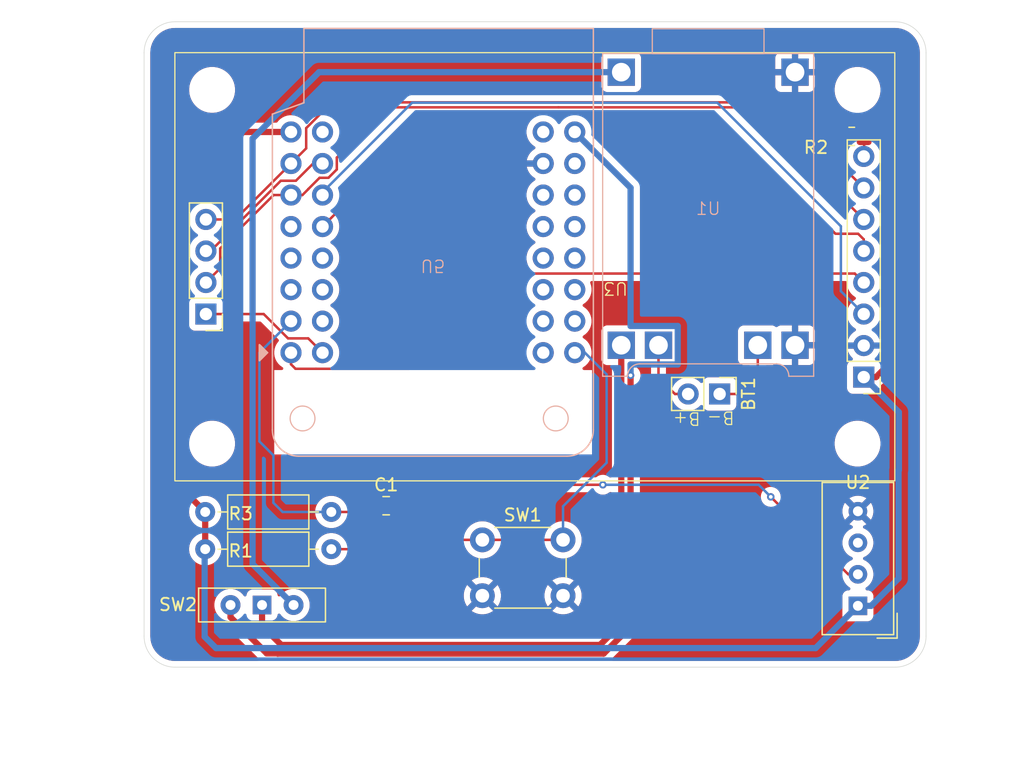
<source format=kicad_pcb>
(kicad_pcb (version 20241129) (generator "pcbnew") (generator_version "8.99")
  (layers (0 "F.Cu" signal) (2 "B.Cu" signal) (13 "F.Paste" user) (15 "B.Paste" user) (5 "F.SilkS" user "F.Silkscreen") (7 "B.SilkS" user "B.Silkscreen") (1 "F.Mask" user) (3 "B.Mask" user) (25 "Edge.Cuts" user))
  (net 0 "")
  (net 1 "Net-(BT1-+)")
  (net 2 "Net-(BT1--)")
  (net 3 "SW")
  (net 4 "VCC")
  (net 5 "Net-(U3-LED)")
  (net 6 "GND")
  (net 7 "TP_INPUT")
  (net 8 "Net-(SW2-B)")
  (net 10 "DHT11")
  (net 11 "SD_CS")
  (net 12 "DC")
  (net 13 "MOSI")
  (net 14 "SCK")
  (net 15 "EN")
  (net 16 "CS")
  (net 17 "MISO")
  (net 18 "+3.3V")
  (footprint "Resistor_SMD:R_0805_2012Metric_Pad1.20x1.40mm_HandSolder" (layer "F.Cu") (at 162.0118 64.2388 180)
    (property "Reference" "R2" (at 2.8808 -0.8868 0) (layer "F.SilkS"))
    (property "Value" "10")
    (fp_line (start -0.227064 0.735) (end 0.227064 0.735) (stroke (width 0.12)) (layer "F.SilkS"))
    (fp_line (start -0.227064 -0.735) (end 0.227064 -0.735) (stroke (width 0.12)) (layer "F.SilkS"))
    (pad "1" smd roundrect (at -1 0 180) (size 1.2 1.4) (layers "F.Cu" "F.Mask" "F.Paste") (roundrect_rratio 0.208333) (net 5 "Net-(U3-LED)"))
    (pad "2" smd roundrect (at 1 0 180) (size 1.2 1.4) (layers "F.Cu" "F.Mask" "F.Paste") (roundrect_rratio 0.208333) (net 18 "+3.3V"))
  )
  (footprint "Capacitor_SMD:C_0805_2012Metric_Pad1.18x1.45mm_HandSolder" (layer "F.Cu") (at 124.5036 93.9912)
    (property "Reference" "C1" (at 0 -1.68 0) (layer "F.SilkS"))
    (property "Value" "100nF")
    (fp_line (start -0.261252 -0.735) (end 0.261252 -0.735) (stroke (width 0.12)) (layer "F.SilkS"))
    (fp_line (start -0.261252 0.735) (end 0.261252 0.735) (stroke (width 0.12)) (layer "F.SilkS"))
    (pad "1" smd roundrect (at -1.0375 0) (size 1.175 1.45) (layers "F.Cu" "F.Mask" "F.Paste") (roundrect_rratio 0.212766) (net 10 "DHT11"))
    (pad "2" smd roundrect (at 1.0375 0) (size 1.175 1.45) (layers "F.Cu" "F.Mask" "F.Paste") (roundrect_rratio 0.212766) (net 6 "GND"))
  )
  (footprint "Button_Switch_THT:SW_PUSH_6mm" (layer "F.Cu") (at 132.2536 96.7412)
    (property "Reference" "SW1" (at 3.25 -2 0) (layer "F.SilkS"))
    (property "Value" "SW_Push")
    (fp_line (start -0.25 1.5) (end -0.25 3) (stroke (width 0.12)) (layer "F.SilkS"))
    (fp_line (start 1 5.5) (end 5.5 5.5) (stroke (width 0.12)) (layer "F.SilkS"))
    (fp_line (start 5.5 -1) (end 1 -1) (stroke (width 0.12)) (layer "F.SilkS"))
    (fp_line (start 6.75 3) (end 6.75 1.5) (stroke (width 0.12)) (layer "F.SilkS"))
    (pad "1" thru_hole circle (at 0 0 90) (size 2 2) (drill 1.1) (layers "*.Cu" "*.Mask") (net 3 "SW"))
    (pad "1" thru_hole circle (at 6.5 0 90) (size 2 2) (drill 1.1) (layers "*.Cu" "*.Mask") (net 3 "SW"))
    (pad "2" thru_hole circle (at 0 4.5 90) (size 2 2) (drill 1.1) (layers "*.Cu" "*.Mask") (net 6 "GND"))
    (pad "2" thru_hole circle (at 6.5 4.5 90) (size 2 2) (drill 1.1) (layers "*.Cu" "*.Mask") (net 6 "GND"))
  )
  (footprint "asylum-grimsteel:TFT_ST7735_SD" (layer "F.Cu") (at 142.9808 74.9888 180)
    (property "Reference" "U3" (at 0 -1.5 180) (layer "F.SilkS") (effects (font (thickness 0.1))))
    (property "Value" "TFT_ST7735_SD" (hide yes))
    (fp_line (start 34.33 -2.29) (end 34.33 5.39) (stroke (width 0.12)) (layer "F.SilkS"))
    (fp_line (start 31.67 5.39) (end 34.33 5.39) (stroke (width 0.12)) (layer "F.SilkS"))
    (fp_line (start 31.67 -2.29) (end 34.33 -2.29) (stroke (width 0.12)) (layer "F.SilkS"))
    (fp_line (start 31.67 -2.29) (end 31.67 5.39) (stroke (width 0.12)) (layer "F.SilkS"))
    (fp_line (start 31.67 -3.56) (end 31.67 -4.89) (stroke (width 0.12)) (layer "F.SilkS"))
    (fp_line (start 31.67 -4.89) (end 33 -4.89) (stroke (width 0.12)) (layer "F.SilkS"))
    (fp_line (start -18.67 -7.37) (end -18.67 10.47) (stroke (width 0.12)) (layer "F.SilkS"))
    (fp_line (start -21.33 10.47) (end -18.67 10.47) (stroke (width 0.12)) (layer "F.SilkS"))
    (fp_line (start -21.33 -7.37) (end -18.67 -7.37) (stroke (width 0.12)) (layer "F.SilkS"))
    (fp_line (start -21.33 -7.37) (end -21.33 10.47) (stroke (width 0.12)) (layer "F.SilkS"))
    (fp_line (start -21.33 -8.64) (end -21.33 -9.97) (stroke (width 0.12)) (layer "F.SilkS"))
    (fp_line (start -21.33 -9.97) (end -20 -9.97) (stroke (width 0.12)) (layer "F.SilkS"))
    (fp_rect (start -22.5 -17) (end 35.5 17.5) (stroke (width 0.1)) (fill no) (layer "F.SilkS"))
    (pad "" np_thru_hole circle (at -19.5 -14 180) (size 3.2 3.2) (drill 3.2) (layers "*.Cu" "*.Mask"))
    (pad "" np_thru_hole circle (at -19.5 14.5 180) (size 3.2 3.2) (drill 3.2) (layers "*.Cu" "*.Mask"))
    (pad "" np_thru_hole circle (at 32.5 -14 180) (size 3.2 3.2) (drill 3.2) (layers "*.Cu" "*.Mask"))
    (pad "" np_thru_hole circle (at 32.5 14.5 180) (size 3.2 3.2) (drill 3.2) (layers "*.Cu" "*.Mask"))
    (pad "1" thru_hole rect (at -20 -8.64 180) (size 1.7 1.7) (drill 1) (layers "*.Cu" "*.Mask") (net 18 "+3.3V"))
    (pad "2" thru_hole oval (at -20 -6.1 180) (size 1.7 1.7) (drill 1) (layers "*.Cu" "*.Mask") (net 6 "GND"))
    (pad "3" thru_hole oval (at -20 -3.56 180) (size 1.7 1.7) (drill 1) (layers "*.Cu" "*.Mask") (net 16 "CS"))
    (pad "4" thru_hole oval (at -20 -1.02 180) (size 1.7 1.7) (drill 1) (layers "*.Cu" "*.Mask") (net 15 "EN"))
    (pad "5" thru_hole oval (at -20 1.52 180) (size 1.7 1.7) (drill 1) (layers "*.Cu" "*.Mask") (net 12 "DC"))
    (pad "6" thru_hole oval (at -20 4.06 180) (size 1.7 1.7) (drill 1) (layers "*.Cu" "*.Mask") (net 13 "MOSI"))
    (pad "7" thru_hole oval (at -20 6.6 180) (size 1.7 1.7) (drill 1) (layers "*.Cu" "*.Mask") (net 14 "SCK"))
    (pad "8" thru_hole oval (at -20 9.14 180) (size 1.7 1.7) (drill 1) (layers "*.Cu" "*.Mask") (net 5 "Net-(U3-LED)"))
    (pad "9" thru_hole rect (at 33 -3.56 180) (size 1.7 1.7) (drill 1) (layers "*.Cu" "*.Mask") (net 11 "SD_CS"))
    (pad "10" thru_hole oval (at 33 -1.02 180) (size 1.7 1.7) (drill 1) (layers "*.Cu" "*.Mask") (net 13 "MOSI"))
    (pad "11" thru_hole oval (at 33 1.52 180) (size 1.7 1.7) (drill 1) (layers "*.Cu" "*.Mask") (net 17 "MISO"))
    (pad "12" thru_hole oval (at 33 4.06 180) (size 1.7 1.7) (drill 1) (layers "*.Cu" "*.Mask") (net 14 "SCK"))
  )
  (footprint "Library:PinHeader_1x02_P2.54mm_Vertical_swapped" (layer "F.Cu") (at 151.3692 84.9894 -90)
    (property "Reference" "BT1" (at 0 -2.33 90) (layer "F.SilkS"))
    (property "Value" "Battery_Cell")
    (fp_line (start -1.33 3.87) (end 1.33 3.87) (stroke (width 0.12)) (layer "F.SilkS"))
    (fp_line (start -1.33 1.27) (end -1.33 3.87) (stroke (width 0.12)) (layer "F.SilkS"))
    (fp_line (start -1.33 1.27) (end 1.33 1.27) (stroke (width 0.12)) (layer "F.SilkS"))
    (fp_line (start 1.33 1.27) (end 1.33 3.87) (stroke (width 0.12)) (layer "F.SilkS"))
    (fp_line (start -1.33 0) (end -1.33 -1.33) (stroke (width 0.12)) (layer "F.SilkS"))
    (fp_line (start -1.33 -1.33) (end 0 -1.33) (stroke (width 0.12)) (layer "F.SilkS"))
    (pad "1" thru_hole oval (at 0 2.54 270) (size 1.7 1.7) (drill 1) (layers "*.Cu" "*.Mask") (net 1 "Net-(BT1-+)"))
    (pad "2" thru_hole rect (at 0 0 270) (size 1.7 1.7) (drill 1) (layers "*.Cu" "*.Mask") (net 2 "Net-(BT1--)"))
  )
  (footprint "Resistor_THT:R_Axial_DIN0207_L6.3mm_D2.5mm_P10.16mm_Horizontal" (layer "F.Cu") (at 109.9236 94.494)
    (property "Reference" "R3" (at 2.863 0.1474 0) (layer "F.SilkS"))
    (property "Value" "10k")
    (fp_line (start 1.04 0) (end 1.81 0) (stroke (width 0.12)) (layer "F.SilkS"))
    (fp_line (start 1.81 -1.37) (end 1.81 1.37) (stroke (width 0.12)) (layer "F.SilkS"))
    (fp_line (start 1.81 1.37) (end 8.35 1.37) (stroke (width 0.12)) (layer "F.SilkS"))
    (fp_line (start 8.35 -1.37) (end 1.81 -1.37) (stroke (width 0.12)) (layer "F.SilkS"))
    (fp_line (start 8.35 1.37) (end 8.35 -1.37) (stroke (width 0.12)) (layer "F.SilkS"))
    (fp_line (start 9.12 0) (end 8.35 0) (stroke (width 0.12)) (layer "F.SilkS"))
    (pad "1" thru_hole circle (at 0 0) (size 1.6 1.6) (drill 0.8) (layers "*.Cu" "*.Mask") (net 18 "+3.3V"))
    (pad "2" thru_hole oval (at 10.16 0) (size 1.6 1.6) (drill 0.8) (layers "*.Cu" "*.Mask") (net 10 "DHT11"))
  )
  (footprint "Sensor:Aosong_DHT11_5.5x12.0_P2.54mm" (layer "F.Cu") (at 162.5092 102.0572 180)
    (property "Reference" "U2" (at 0 9.94 0) (layer "F.SilkS"))
    (property "Value" "DHT11")
    (fp_line (start 2.88 9.94) (end -2.88 9.94) (stroke (width 0.12)) (layer "F.SilkS"))
    (fp_line (start 2.88 -2.32) (end 2.88 9.94) (stroke (width 0.12)) (layer "F.SilkS"))
    (fp_line (start -2.87 -2.32) (end 2.87 -2.32) (stroke (width 0.12)) (layer "F.SilkS"))
    (fp_line (start -2.88 9.94) (end -2.88 -2.31) (stroke (width 0.12)) (layer "F.SilkS"))
    (fp_line (start -3.16 -2.6) (end -1.55 -2.6) (stroke (width 0.12)) (layer "F.SilkS"))
    (fp_line (start -3.16 -2.6) (end -3.16 -0.6) (stroke (width 0.12)) (layer "F.SilkS"))
    (pad "1" thru_hole rect (at 0 0 180) (size 1.5 1.5) (drill 0.8) (layers "F&B.Cu" "*.Mask") (net 18 "+3.3V"))
    (pad "2" thru_hole circle (at 0 2.54 180) (size 1.5 1.5) (drill 0.8) (layers "F&B.Cu" "*.Mask") (net 10 "DHT11"))
    (pad "3" thru_hole circle (at 0 5.08 180) (size 1.5 1.5) (drill 0.8) (layers "F&B.Cu" "*.Mask"))
    (pad "4" thru_hole circle (at 0 7.62 180) (size 1.5 1.5) (drill 0.8) (layers "F&B.Cu" "*.Mask") (net 6 "GND"))
  )
  (footprint "Button_Switch_THT:SW_Slide-03_Wuerth-WS-SLTV_10x2.5x6.4_P2.54mm" (layer "F.Cu") (at 114.5036 101.9912)
    (property "Reference" "SW2" (at -6.7716 -0.0346 0) (layer "F.SilkS"))
    (property "Value" "SW_SPDT")
    (fp_rect (start -5.11 -1.36) (end 5.11 1.36) (stroke (width 0.12)) (fill no) (layer "F.SilkS"))
    (pad "1" thru_hole rect (at 0 0) (size 1.5 1.5) (drill 0.8) (layers "*.Cu" "*.Mask") (net 4 "VCC"))
    (pad "2" thru_hole circle (at -2.54 0) (size 1.6 1.6) (drill 0.8) (layers "*.Cu" "*.Mask") (net 8 "Net-(SW2-B)"))
    (pad "3" thru_hole circle (at 2.54 0) (size 1.6 1.6) (drill 0.8) (layers "*.Cu" "*.Mask") (net 7 "TP_INPUT"))
  )
  (footprint "Resistor_THT:R_Axial_DIN0207_L6.3mm_D2.5mm_P10.16mm_Horizontal" (layer "F.Cu") (at 109.9236 97.4912)
    (property "Reference" "R1" (at 2.863 0.1474 0) (layer "F.SilkS"))
    (property "Value" "10k")
    (fp_line (start 1.04 0) (end 1.81 0) (stroke (width 0.12)) (layer "F.SilkS"))
    (fp_line (start 1.81 -1.37) (end 1.81 1.37) (stroke (width 0.12)) (layer "F.SilkS"))
    (fp_line (start 1.81 1.37) (end 8.35 1.37) (stroke (width 0.12)) (layer "F.SilkS"))
    (fp_line (start 8.35 -1.37) (end 1.81 -1.37) (stroke (width 0.12)) (layer "F.SilkS"))
    (fp_line (start 8.35 1.37) (end 8.35 -1.37) (stroke (width 0.12)) (layer "F.SilkS"))
    (fp_line (start 9.12 0) (end 8.35 0) (stroke (width 0.12)) (layer "F.SilkS"))
    (pad "1" thru_hole circle (at 0 0) (size 1.6 1.6) (drill 0.8) (layers "*.Cu" "*.Mask") (net 18 "+3.3V"))
    (pad "2" thru_hole oval (at 10.16 0) (size 1.6 1.6) (drill 0.8) (layers "*.Cu" "*.Mask") (net 3 "SW"))
  )
  (footprint "asylum-grimsteel:WEMOS_S2_Mini" (layer "B.Cu") (at 128.2666 74.161)
    (property "Reference" "U5" (at 0 0.5 180) (layer "B.SilkS") (effects (font (thickness 0.1)) (justify mirror)))
    (property "Value" "WEMOS_S2_Mini")
    (fp_line (start -12.93 -11.72) (end -12.93 13.71) (stroke (width 0.12)) (layer "B.SilkS"))
    (fp_line (start -12.93 -11.72) (end -10.39 -12.63) (stroke (width 0.12)) (layer "B.SilkS"))
    (fp_line (start -10.39 -18.62) (end 12.93 -18.62) (stroke (width 0.12)) (layer "B.SilkS"))
    (fp_line (start -10.39 -12.63) (end -10.39 -18.62) (stroke (width 0.12)) (layer "B.SilkS"))
    (fp_line (start 10.81 15.84) (end -10.8 15.84) (stroke (width 0.12)) (layer "B.SilkS"))
    (fp_line (start 12.93 -18.62) (end 12.93 13.71) (stroke (width 0.12)) (layer "B.SilkS"))
    (fp_arc (start -10.8 15.84) (mid -12.306137 15.216137) (end -12.93 13.71) (stroke (width 0.12)) (layer "B.SilkS"))
    (fp_arc (start 12.93 13.71) (mid 12.306137 15.216137) (end 10.8 15.84) (stroke (width 0.12)) (layer "B.SilkS"))
    (fp_circle (center -10.5 12.8) (end -9.5 12.8) (stroke (width 0.1)) (fill no) (layer "B.SilkS"))
    (fp_circle (center 9.9 12.8) (end 10.9 12.8) (stroke (width 0.1)) (fill no) (layer "B.SilkS"))
    (fp_poly (pts (xy -13.97 8.135) (xy -13.97 6.865) (xy -13.335 7.5)) (stroke (width 0.15)) (fill yes) (layer "B.SilkS"))
    (pad "1" thru_hole oval (at -11.43 7.5) (size 1.7 1.7) (drill 1) (layers "F&B.Cu" "*.Mask") (net 15 "EN"))
    (pad "2" thru_hole oval (at -11.43 4.96) (size 1.7 1.7) (drill 1) (layers "F&B.Cu" "*.Mask") (net 10 "DHT11"))
    (pad "3" thru_hole oval (at -11.43 2.42) (size 1.7 1.7) (drill 1) (layers "F&B.Cu" "*.Mask"))
    (pad "4" thru_hole oval (at -11.43 -0.12) (size 1.7 1.7) (drill 1) (layers "F&B.Cu" "*.Mask"))
    (pad "5" thru_hole oval (at -11.43 -2.66) (size 1.7 1.7) (drill 1) (layers "F&B.Cu" "*.Mask"))
    (pad "6" thru_hole oval (at -11.43 -5.2) (size 1.7 1.7) (drill 1) (layers "F&B.Cu" "*.Mask") (net 13 "MOSI"))
    (pad "7" thru_hole oval (at -11.43 -7.74) (size 1.7 1.7) (drill 1) (layers "F&B.Cu" "*.Mask") (net 14 "SCK"))
    (pad "8" thru_hole oval (at -11.43 -10.28) (size 1.7 1.7) (drill 1) (layers "F&B.Cu" "*.Mask") (net 18 "+3.3V"))
    (pad "9" thru_hole oval (at -8.89 7.5) (size 1.7 1.7) (drill 1) (layers "F&B.Cu" "*.Mask") (net 11 "SD_CS"))
    (pad "10" thru_hole oval (at -8.89 4.96) (size 1.7 1.7) (drill 1) (layers "F&B.Cu" "*.Mask"))
    (pad "11" thru_hole oval (at -8.89 2.42) (size 1.7 1.7) (drill 1) (layers "F&B.Cu" "*.Mask"))
    (pad "12" thru_hole oval (at -8.89 -0.12) (size 1.7 1.7) (drill 1) (layers "F&B.Cu" "*.Mask"))
    (pad "13" thru_hole oval (at -8.89 -2.66) (size 1.7 1.7) (drill 1) (layers "F&B.Cu" "*.Mask") (net 12 "DC"))
    (pad "14" thru_hole oval (at -8.89 -5.2) (size 1.7 1.7) (drill 1) (layers "F&B.Cu" "*.Mask") (net 16 "CS"))
    (pad "15" thru_hole oval (at -8.89 -7.74) (size 1.7 1.7) (drill 1) (layers "F&B.Cu" "*.Mask") (net 17 "MISO"))
    (pad "16" thru_hole oval (at -8.89 -10.28) (size 1.7 1.7) (drill 1) (layers "F&B.Cu" "*.Mask"))
    (pad "17" thru_hole circle (at 8.89 7.5) (size 1.7 1.7) (drill 1) (layers "F&B.Cu" "*.Mask"))
    (pad "18" thru_hole oval (at 8.89 4.96) (size 1.7 1.7) (drill 1) (layers "F&B.Cu" "*.Mask"))
    (pad "19" thru_hole oval (at 8.89 2.42) (size 1.7 1.7) (drill 1) (layers "F&B.Cu" "*.Mask"))
    (pad "20" thru_hole oval (at 8.89 -0.12) (size 1.7 1.7) (drill 1) (layers "F&B.Cu" "*.Mask"))
    (pad "21" thru_hole oval (at 8.89 -2.66) (size 1.7 1.7) (drill 1) (layers "F&B.Cu" "*.Mask"))
    (pad "22" thru_hole oval (at 8.89 -5.2) (size 1.7 1.7) (drill 1) (layers "F&B.Cu" "*.Mask"))
    (pad "23" thru_hole oval (at 8.89 -7.74) (size 1.7 1.7) (drill 1) (layers "F&B.Cu" "*.Mask") (net 6 "GND"))
    (pad "24" thru_hole oval (at 8.89 -10.28) (size 1.7 1.7) (drill 1) (layers "F&B.Cu" "*.Mask"))
    (pad "25" thru_hole oval (at 11.43 7.5) (size 1.7 1.7) (drill 1) (layers "F&B.Cu" "*.Mask") (net 3 "SW"))
    (pad "26" thru_hole oval (at 11.43 4.96) (size 1.7 1.7) (drill 1) (layers "F&B.Cu" "*.Mask"))
    (pad "27" thru_hole oval (at 11.43 2.42) (size 1.7 1.7) (drill 1) (layers "F&B.Cu" "*.Mask"))
    (pad "28" thru_hole oval (at 11.43 -0.12) (size 1.7 1.7) (drill 1) (layers "F&B.Cu" "*.Mask"))
    (pad "29" thru_hole oval (at 11.43 -2.66) (size 1.7 1.7) (drill 1) (layers "F&B.Cu" "*.Mask"))
    (pad "30" thru_hole oval (at 11.43 -5.2) (size 1.7 1.7) (drill 1) (layers "F&B.Cu" "*.Mask"))
    (pad "31" thru_hole oval (at 11.43 -7.74) (size 1.7 1.7) (drill 1) (layers "F&B.Cu" "*.Mask"))
    (pad "32" thru_hole oval (at 11.43 -10.28) (size 1.7 1.7) (drill 1) (layers "F&B.Cu" "*.Mask") (net 8 "Net-(SW2-B)"))
    (zone (net 0) (net_name "") (layers "F&B.Cu") (name "No Copper") (connect_pads (clearance 0)) (min_thickness 0.25)
      (keepout (tracks not_allowed) (vias not_allowed) (pads not_allowed) (copperpour not_allowed) (footprints not_allowed))
      (fill (thermal_gap 0.5) (thermal_bridge_width 0.5))
      (polygon (pts (xy 115.4866 89.861) (xy 141.0866 89.861) (xy 141.0866 83.061) (xy 115.4866 83.061)))
    )
  )
  (footprint "asylum-grimsteel:TP4056" (layer "B.Cu") (at 150.4442 70.5612 180)
    (property "Reference" "U1" (at 0 0.5 0) (layer "B.SilkS") (effects (font (thickness 0.1)) (justify mirror)))
    (property "Value" "~")
    (fp_line (start 8.5 13) (end 8.5 -13) (stroke (width 0.1)) (layer "B.SilkS"))
    (fp_line (start 8.5 -13) (end 6.5 -13) (stroke (width 0.1)) (layer "B.SilkS"))
    (fp_line (start -5.5 -12) (end 5.5 -12) (stroke (width 0.1)) (layer "B.SilkS"))
    (fp_line (start -6.5 -13) (end -8.5 -13) (stroke (width 0.1)) (layer "B.SilkS"))
    (fp_line (start -8.5 13) (end 8.5 13) (stroke (width 0.1)) (layer "B.SilkS"))
    (fp_line (start -8.5 13) (end -8.5 -13) (stroke (width 0.1)) (layer "B.SilkS"))
    (fp_rect (start -4.5 15) (end 4.5 13) (stroke (width 0.1)) (fill no) (layer "B.SilkS"))
    (fp_arc (start 6.5 -13) (mid 6.207107 -12.292893) (end 5.5 -12) (stroke (width 0.1)) (layer "B.SilkS"))
    (fp_arc (start -5.5 -12) (mid -6.207107 -12.292893) (end -6.5 -13) (stroke (width 0.1)) (layer "B.SilkS"))
    (pad "0" thru_hole rect (at 4 -10.5 90) (size 2.2 2.2) (drill 1.5) (layers "F&B.Cu" "*.Mask") (net 1 "Net-(BT1-+)"))
    (pad "1" thru_hole rect (at -4 -10.5 90) (size 2.2 2.2) (drill 1.5) (layers "F&B.Cu" "*.Mask") (net 2 "Net-(BT1--)"))
    (pad "2" thru_hole rect (at 7 -10.5 90) (size 2.2 2.2) (drill 1.5) (layers "F&B.Cu" "*.Mask") (net 4 "VCC"))
    (pad "3" thru_hole rect (at -7 -10.5 90) (size 2.2 2.2) (drill 1.5) (layers "F&B.Cu" "*.Mask") (net 6 "GND"))
    (pad "4" thru_hole rect (at 7 11.5 90) (size 2.2 2.2) (drill 1.5) (layers "F&B.Cu" "*.Mask") (net 7 "TP_INPUT"))
    (pad "5" thru_hole rect (at -7 11.5 90) (size 2.2 2.2) (drill 1.5) (layers "F&B.Cu" "*.Mask") (net 6 "GND"))
  )
  (gr_line (start 165.5 55) (end 107.5 55) (stroke (width 0.05)) (layer "Edge.Cuts"))
  (gr_line (start 107.5 107) (end 165.5 107) (stroke (width 0.05)) (layer "Edge.Cuts"))
  (gr_line (start 105 57.5) (end 105 104.5) (stroke (width 0.05)) (layer "Edge.Cuts"))
  (gr_arc (start 105 57.5) (mid 105.732233 55.732233) (end 107.5 55) (stroke (width 0.05)) (layer "Edge.Cuts"))
  (gr_arc (start 168 104.5) (mid 167.267767 106.267767) (end 165.5 107) (stroke (width 0.05)) (layer "Edge.Cuts"))
  (gr_arc (start 107.5 107) (mid 105.732233 106.267767) (end 105 104.5) (stroke (width 0.05)) (layer "Edge.Cuts"))
  (gr_arc (start 165.5 55) (mid 167.267767 55.732233) (end 168 57.5) (stroke (width 0.05)) (layer "Edge.Cuts"))
  (gr_line (start 168 104.5) (end 168 57.5) (stroke (width 0.05)) (layer "Edge.Cuts"))
  (gr_text "B-" (at 152.6392 86.3194 180) (layer "F.SilkS") (effects (font (size 1 1) (thickness 0.1)) (justify left bottom)))
  (gr_text "B+" (at 149.896 86.3864 180) (layer "F.SilkS") (effects (font (size 1 1) (thickness 0.1)) (justify left bottom)))
  (segment (start 146.4442 81.0612) (end 146.4442 83.66506) (width 0.2) (layer "F.Cu") (net 1))
  (segment (start 147.76854 84.9894) (end 148.8292 84.9894) (width 0.2) (layer "F.Cu") (net 1))
  (segment (start 146.4442 83.66506) (end 147.76854 84.9894) (width 0.2) (layer "F.Cu") (net 1))
  (segment (start 153.1102 84.9894) (end 154.4442 83.6554) (width 0.2) (layer "F.Cu") (net 2))
  (segment (start 154.4442 83.6554) (end 154.4442 81.0612) (width 0.2) (layer "F.Cu") (net 2))
  (segment (start 151.3692 84.9894) (end 153.1102 84.9894) (width 0.2) (layer "F.Cu") (net 2))
  (segment (start 124.9366 97.4912) (end 125.6866 96.7412) (width 0.2) (layer "F.Cu") (net 3))
  (segment (start 125.6866 96.7412) (end 132.2536 96.7412) (width 0.2) (layer "F.Cu") (net 3))
  (segment (start 120.0836 97.4912) (end 124.9366 97.4912) (width 0.2) (layer "F.Cu") (net 3))
  (segment (start 132.2536 96.7412) (end 138.7536 96.7412) (width 0.2) (layer "F.Cu") (net 3))
  (segment (start 138.7536 94.0374) (end 142.2654 90.5256) (width 0.2) (layer "B.Cu") (net 3))
  (segment (start 140.5128 81.661) (end 139.6966 81.661) (width 0.2) (layer "B.Cu") (net 3))
  (segment (start 142.2654 83.4136) (end 140.5128 81.661) (width 0.2) (layer "B.Cu") (net 3))
  (segment (start 142.2654 90.5256) (end 142.2654 83.4136) (width 0.2) (layer "B.Cu") (net 3))
  (segment (start 138.7536 96.7412) (end 138.7536 94.0374) (width 0.2) (layer "B.Cu") (net 3))
  (segment (start 116.0526 105.2068) (end 141.732 105.2068) (width 0.5) (layer "F.Cu") (net 4))
  (segment (start 143.4442 103.4946) (end 143.4442 81.0612) (width 0.5) (layer "F.Cu") (net 4))
  (segment (start 114.5036 101.9912) (end 114.5036 103.6578) (width 0.5) (layer "F.Cu") (net 4))
  (segment (start 114.5036 103.6578) (end 116.0526 105.2068) (width 0.5) (layer "F.Cu") (net 4))
  (segment (start 141.732 105.2068) (end 143.4442 103.4946) (width 0.5) (layer "F.Cu") (net 4))
  (segment (start 163.0118 64.2388) (end 163.0118 65.8178) (width 0.2) (layer "F.Cu") (net 5))
  (segment (start 163.0118 65.8178) (end 162.9808 65.8488) (width 0.2) (layer "F.Cu") (net 5))
  (segment (start 143.4442 59.0612) (end 119.0944 59.0612) (width 0.5) (layer "B.Cu") (net 7))
  (segment (start 113.7412 64.4144) (end 113.7412 98.6888) (width 0.5) (layer "B.Cu") (net 7))
  (segment (start 119.0944 59.0612) (end 113.7412 64.4144) (width 0.5) (layer "B.Cu") (net 7))
  (segment (start 113.7412 98.6888) (end 117.0436 101.9912) (width 0.5) (layer "B.Cu") (net 7))
  (segment (start 115.747036 105.8926) (end 115.762236 105.9078) (width 0.5) (layer "F.Cu") (net 8))
  (segment (start 111.9636 101.9912) (end 111.9636 102.972) (width 0.5) (layer "F.Cu") (net 8))
  (segment (start 111.9636 101.9912) (end 112.1004 101.9912) (width 0.2) (layer "F.Cu") (net 8))
  (segment (start 111.9636 102.972) (end 114.8842 105.8926) (width 0.5) (layer "F.Cu") (net 8))
  (segment (start 115.762236 105.9078) (end 142.022364 105.9078) (width 0.5) (layer "F.Cu") (net 8))
  (segment (start 142.022364 105.9078) (end 144.1942 103.735964) (width 0.5) (layer "F.Cu") (net 8))
  (segment (start 144.1942 103.735964) (end 144.1942 83.4898) (width 0.5) (layer "F.Cu") (net 8))
  (segment (start 114.8842 105.8926) (end 115.747036 105.8926) (width 0.5) (layer "F.Cu") (net 8))
  (via (at 144.1942 83.4898) (size 0.6) (drill 0.3) (layers "F.Cu" "B.Cu") (net 8))
  (segment (start 147.9952 82.6122) (end 147.9952 79.5102) (width 0.5) (layer "B.Cu") (net 8))
  (segment (start 144.1942 83.4898) (end 144.1942 82.6122) (width 0.5) (layer "B.Cu") (net 8))
  (segment (start 144.1942 82.6122) (end 147.9952 82.6122) (width 0.5) (layer "B.Cu") (net 8))
  (segment (start 144.1942 79.5102) (end 144.1942 68.3786) (width 0.5) (layer "B.Cu") (net 8))
  (segment (start 147.9952 79.5102) (end 144.1942 79.5102) (width 0.5) (layer "B.Cu") (net 8))
  (segment (start 144.1942 68.3786) (end 139.6966 63.881) (width 0.5) (layer "B.Cu") (net 8))
  (segment (start 155.48982 93.27778) (end 161.72924 99.5172) (width 0.2) (layer "F.Cu") (net 10))
  (segment (start 161.72924 99.5172) (end 162.5092 99.5172) (width 0.2) (layer "F.Cu") (net 10))
  (segment (start 120.0836 94.494) (end 122.9633 94.494) (width 0.2) (layer "F.Cu") (net 10))
  (segment (start 122.9633 94.494) (end 123.4661 93.9912) (width 0.2) (layer "F.Cu") (net 10))
  (segment (start 123.4661 93.9912) (end 125.1537 92.3036) (width 0.2) (layer "F.Cu") (net 10))
  (segment (start 125.1537 92.3036) (end 141.9606 92.3036) (width 0.2) (layer "F.Cu") (net 10))
  (via (at 155.48982 93.27778) (size 0.6) (drill 0.3) (layers "F.Cu" "B.Cu") (net 10))
  (via (at 141.9606 92.3036) (size 0.6) (drill 0.3) (layers "F.Cu" "B.Cu") (net 10))
  (segment (start 114.2922 88.809436) (end 114.2922 81.6654) (width 0.2) (layer "B.Cu") (net 10))
  (segment (start 141.9606 92.3036) (end 154.51564 92.3036) (width 0.2) (layer "B.Cu") (net 10))
  (segment (start 120.0836 94.494) (end 116.1602 94.494) (width 0.2) (layer "B.Cu") (net 10))
  (segment (start 114.2922 81.6654) (end 116.8366 79.121) (width 0.2) (layer "B.Cu") (net 10))
  (segment (start 115.4176 89.934836) (end 114.2922 88.809436) (width 0.2) (layer "B.Cu") (net 10))
  (segment (start 154.51564 92.3036) (end 155.48982 93.27778) (width 0.2) (layer "B.Cu") (net 10))
  (segment (start 116.1602 94.494) (end 115.4176 93.7514) (width 0.2) (layer "B.Cu") (net 10))
  (segment (start 115.4176 93.7514) (end 115.4176 89.934836) (width 0.2) (layer "B.Cu") (net 10))
  (segment (start 118.2256 80.51) (end 119.3766 81.661) (width 0.2) (layer "F.Cu") (net 11))
  (segment (start 114.63664 78.5488) (end 116.59784 80.51) (width 0.2) (layer "F.Cu") (net 11))
  (segment (start 109.9808 78.5488) (end 114.63664 78.5488) (width 0.2) (layer "F.Cu") (net 11))
  (segment (start 116.59784 80.51) (end 118.2256 80.51) (width 0.2) (layer "F.Cu") (net 11))
  (segment (start 160.7004 72.0798) (end 150.916 62.2954) (width 0.2) (layer "F.Cu") (net 12))
  (segment (start 128.5822 62.2954) (end 119.3766 71.501) (width 0.2) (layer "F.Cu") (net 12))
  (segment (start 162.50404 72.0798) (end 160.7004 72.0798) (width 0.2) (layer "F.Cu") (net 12))
  (segment (start 138.21814 62.2954) (end 128.5822 62.2954) (width 0.2) (layer "F.Cu") (net 12))
  (segment (start 162.9808 73.4688) (end 162.9808 72.5314) (width 0.2) (layer "F.Cu") (net 12))
  (segment (start 138.55034 62.2954) (end 138.21814 62.2954) (width 0.2) (layer "F.Cu") (net 12))
  (segment (start 150.916 62.2954) (end 138.55034 62.2954) (width 0.2) (layer "F.Cu") (net 12))
  (segment (start 162.9808 72.5314) (end 162.5292 72.0798) (width 0.2) (layer "F.Cu") (net 12))
  (segment (start 162.5292 72.0798) (end 162.50404 72.0798) (width 0.2) (layer "F.Cu") (net 12))
  (segment (start 116.8366 68.961) (end 117.7544 68.961) (width 0.2) (layer "F.Cu") (net 13))
  (segment (start 124.57744 61.8944) (end 138.38424 61.8944) (width 0.2) (layer "F.Cu") (net 13))
  (segment (start 118.2256 68.4898) (end 118.2256 68.48424) (width 0.2) (layer "F.Cu") (net 13))
  (segment (start 111.1318 74.8578) (end 109.9808 76.0088) (width 0.2) (layer "F.Cu") (net 13))
  (segment (start 120.5276 65.94424) (end 124.57744 61.8944) (width 0.2) (layer "F.Cu") (net 13))
  (segment (start 119.85336 67.572) (end 120.5276 66.89776) (width 0.2) (layer "F.Cu") (net 13))
  (segment (start 119.13784 67.572) (end 119.85336 67.572) (width 0.2) (layer "F.Cu") (net 13))
  (segment (start 120.5276 66.89776) (end 120.5276 65.94424) (width 0.2) (layer "F.Cu") (net 13))
  (segment (start 118.2256 68.48424) (end 119.13784 67.572) (width 0.2) (layer "F.Cu") (net 13))
  (segment (start 111.1318 73.26) (end 111.1318 74.8578) (width 0.2) (layer "F.Cu") (net 13))
  (segment (start 153.9464 61.8944) (end 162.9808 70.9288) (width 0.2) (layer "F.Cu") (net 13))
  (segment (start 138.38424 61.8944) (end 153.9464 61.8944) (width 0.2) (layer "F.Cu") (net 13))
  (segment (start 116.8366 68.961) (end 115.4308 68.961) (width 0.2) (layer "F.Cu") (net 13))
  (segment (start 117.7544 68.961) (end 118.2256 68.4898) (width 0.2) (layer "F.Cu") (net 13))
  (segment (start 115.4308 68.961) (end 111.1318 73.26) (width 0.2) (layer "F.Cu") (net 13))
  (segment (start 118.0592 63.57064) (end 120.13644 61.4934) (width 0.2) (layer "F.Cu") (net 14))
  (segment (start 109.9808 70.9288) (end 112.3288 70.9288) (width 0.2) (layer "F.Cu") (net 14))
  (segment (start 118.0592 65.1984) (end 118.0592 63.57064) (width 0.2) (layer "F.Cu") (net 14))
  (segment (start 156.0854 61.4934) (end 162.9808 68.3888) (width 0.2) (layer "F.Cu") (net 14))
  (segment (start 116.8366 66.421) (end 118.0592 65.1984) (width 0.2) (layer "F.Cu") (net 14))
  (segment (start 112.3288 70.9288) (end 116.8366 66.421) (width 0.2) (layer "F.Cu") (net 14))
  (segment (start 120.13644 61.4934) (end 156.0854 61.4934) (width 0.2) (layer "F.Cu") (net 14))
  (segment (start 162.2576 75.2856) (end 162.9808 76.0088) (width 0.2) (layer "F.Cu") (net 15))
  (segment (start 116.8366 81.661) (end 116.8366 82.5974) (width 0.2) (layer "F.Cu") (net 15))
  (segment (start 126.336 82.96) (end 134.0104 75.2856) (width 0.2) (layer "F.Cu") (net 15))
  (segment (start 117.1992 82.96) (end 118.83744 82.96) (width 0.2) (layer "F.Cu") (net 15))
  (segment (start 116.8366 82.5974) (end 117.1992 82.96) (width 0.2) (layer "F.Cu") (net 15))
  (segment (start 134.0104 75.2856) (end 162.2576 75.2856) (width 0.2) (layer "F.Cu") (net 15))
  (segment (start 118.83744 82.96) (end 126.336 82.96) (width 0.2) (layer "F.Cu") (net 15))
  (segment (start 126.5936 61.5188) (end 151.1808 61.5188) (width 0.2) (layer "B.Cu") (net 16))
  (segment (start 119.3766 68.7358) (end 126.5936 61.5188) (width 0.2) (layer "B.Cu") (net 16))
  (segment (start 151.1808 61.5188) (end 161.1376 71.4756) (width 0.2) (layer "B.Cu") (net 16))
  (segment (start 161.1376 71.4756) (end 161.1376 76.7056) (width 0.2) (layer "B.Cu") (net 16))
  (segment (start 119.3766 68.961) (end 119.3766 68.7358) (width 0.2) (layer "B.Cu") (net 16))
  (segment (start 161.1376 76.7056) (end 162.9808 78.5488) (width 0.2) (layer "B.Cu") (net 16))
  (segment (start 117.229 67.81) (end 116.0147 67.81) (width 0.2) (layer "F.Cu") (net 17))
  (segment (start 116.0147 67.81) (end 110.3559 73.4688) (width 0.2) (layer "F.Cu") (net 17))
  (segment (start 119.3766 66.421) (end 118.618 66.421) (width 0.2) (layer "F.Cu") (net 17))
  (segment (start 118.618 66.421) (end 117.229 67.81) (width 0.2) (layer "F.Cu") (net 17))
  (segment (start 110.3559 73.4688) (end 109.9808 73.4688) (width 0.2) (layer "F.Cu") (net 17))
  (segment (start 107.7722 69.088) (end 107.7722 92.3426) (width 0.5) (layer "F.Cu") (net 18))
  (segment (start 109.9236 94.494) (end 109.9236 97.4912) (width 0.5) (layer "F.Cu") (net 18))
  (segment (start 164.0628 63.5042) (end 164.0628 63.491508) (width 0.5) (layer "F.Cu") (net 18))
  (segment (start 163.659092 63.0878) (end 162.1628 63.0878) (width 0.5) (layer "F.Cu") (net 18))
  (segment (start 116.8366 63.881) (end 112.9792 63.881) (width 0.5) (layer "F.Cu") (net 18))
  (segment (start 107.7722 92.3426) (end 109.9236 94.494) (width 0.5) (layer "F.Cu") (net 18))
  (segment (start 163.9704 83.6288) (end 164.8714 82.7278) (width 0.5) (layer "F.Cu") (net 18))
  (segment (start 162.1628 63.0878) (end 161.0118 64.2388) (width 0.5) (layer "F.Cu") (net 18))
  (segment (start 162.9808 83.6288) (end 163.9704 83.6288) (width 0.5) (layer "F.Cu") (net 18))
  (segment (start 164.8714 82.7278) (end 164.8714 64.3128) (width 0.5) (layer "F.Cu") (net 18))
  (segment (start 112.9792 63.881) (end 107.7722 69.088) (width 0.5) (layer "F.Cu") (net 18))
  (segment (start 164.0628 63.491508) (end 163.659092 63.0878) (width 0.5) (layer "F.Cu") (net 18))
  (segment (start 164.8714 64.3128) (end 164.0628 63.5042) (width 0.5) (layer "F.Cu") (net 18))
  (segment (start 162.5092 102.0572) (end 163.576 102.0572) (width 0.5) (layer "B.Cu") (net 18))
  (segment (start 163.576 102.0572) (end 165.7858 99.8474) (width 0.5) (layer "B.Cu") (net 18))
  (segment (start 109.9236 97.4912) (end 109.8804 97.5344) (width 0.5) (layer "B.Cu") (net 18))
  (segment (start 165.7858 91.1352) (end 165.8112 91.1098) (width 0.5) (layer "B.Cu") (net 18))
  (segment (start 165.7858 99.8474) (end 165.7858 91.1352) (width 0.5) (layer "B.Cu") (net 18))
  (segment (start 109.8804 104.5464) (end 110.7948 105.4608) (width 0.5) (layer "B.Cu") (net 18))
  (segment (start 159.1056 105.4608) (end 162.5092 102.0572) (width 0.5) (layer "B.Cu") (net 18))
  (segment (start 165.8112 86.4592) (end 162.9808 83.6288) (width 0.5) (layer "B.Cu") (net 18))
  (segment (start 110.7948 105.4608) (end 159.1056 105.4608) (width 0.5) (layer "B.Cu") (net 18))
  (segment (start 109.8804 97.5344) (end 109.8804 104.5464) (width 0.5) (layer "B.Cu") (net 18))
  (segment (start 165.8112 91.1098) (end 165.8112 86.4592) (width 0.5) (layer "B.Cu") (net 18))
  (zone (net 6) (net_name "GND") (layers "F&B.Cu") (connect_pads (clearance 0.5)) (min_thickness 0.25) (fill yes (thermal_gap 0.5) (thermal_bridge_width 0.5))
    (polygon (pts (xy 99.891499 112.247435) (xy 101.891499 111.247435) (xy 173.391499 114.247435) (xy 175.891499 53.247435) (xy 93.391499 54.247435) (xy 94.391499 62.247435)))
  )
)
</source>
